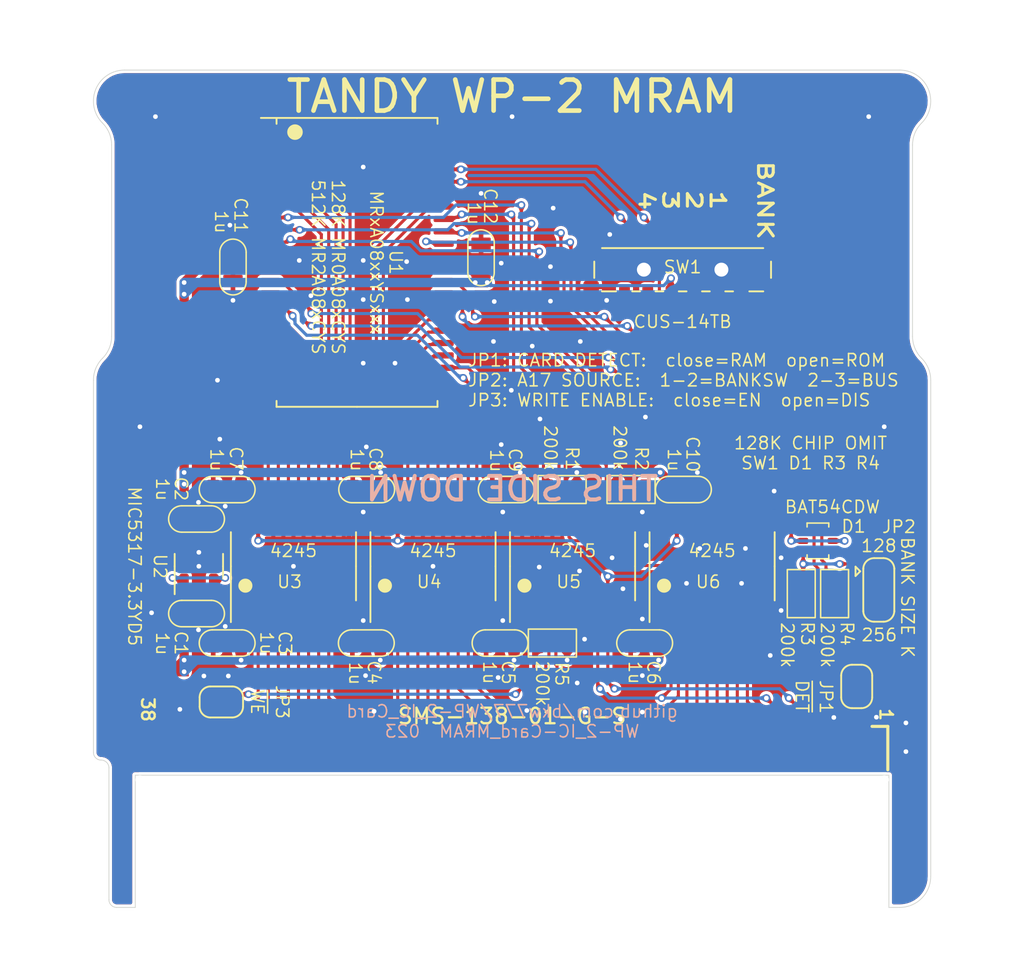
<source format=kicad_pcb>
(kicad_pcb (version 20240108) (generator "pcbnew") (generator_version "8.0")
  (title_block (title "WP-2_IC-Card_MRAM") (date "2025-04-21") (rev "023") (company "Brian K. White - b.kenyon.w@gmail.com") (comment 1 "CC-BY-SA") (comment 2 "github.com/bkw777/WP-2_IC_Card") (comment 3 "PCB THICKNESS 1.2mm"))
  (layers (0 "F.Cu" signal) (31 "B.Cu" signal) (34 "B.Paste" user) (35 "F.Paste" user) (36 "B.SilkS" user "B.Silkscreen") (37 "F.SilkS" user "F.Silkscreen") (38 "B.Mask" user) (39 "F.Mask" user) (44 "Edge.Cuts" user))
  (net 0 "")
  (net 1 "GND")
  (net 2 "/~{CE1}")
  (net 3 "/~{OE}")
  (net 4 "/D0")
  (net 5 "/D1")
  (net 6 "/D2")
  (net 7 "/D3")
  (net 8 "/D4")
  (net 9 "/D5")
  (net 10 "/D6")
  (net 11 "/D7")
  (net 12 "/A16")
  (net 13 "/A15")
  (net 14 "/A14")
  (net 15 "/A13")
  (net 16 "/A12")
  (net 17 "/A11")
  (net 18 "/A10")
  (net 19 "/A9")
  (net 20 "/A8")
  (net 21 "/A7")
  (net 22 "/A6")
  (net 23 "/A5")
  (net 24 "/A4")
  (net 25 "/A3")
  (net 26 "/A2")
  (net 27 "/A1")
  (net 28 "/A0")
  (net 30 "VBUS")
  (net 31 "/3A11")
  (net 35 "/3A9")
  (net 36 "/3A8")
  (net 37 "/3A13")
  (net 38 "/~{3WE}")
  (net 39 "/3A15")
  (net 40 "/3A16")
  (net 41 "/3A14")
  (net 42 "/3A12")
  (net 43 "/3A7")
  (net 44 "/3A6")
  (net 45 "/3A5")
  (net 46 "/3A4")
  (net 47 "/3A3")
  (net 48 "/3A2")
  (net 49 "/3A1")
  (net 50 "/3A0")
  (net 51 "/3D0")
  (net 52 "/3D1")
  (net 53 "/3D2")
  (net 54 "/3D3")
  (net 55 "/3D4")
  (net 56 "/3D5")
  (net 57 "/3D6")
  (net 58 "/3D7")
  (net 59 "/~{3CE1}")
  (net 60 "/3A10")
  (net 62 "/~{3OE}")
  (net 64 "/~{WE}")
  (net 72 "/3A17")
  (net 73 "/3A18")
  (net 77 "VMEM")
  (net 78 "/BANK_2")
  (net 79 "/BANK_4")
  (net 80 "/BANK_3")
  (net 88 "/3A17b")
  (net 89 "/A17")
  (net 90 "/~{DET}")
  (net 91 "/3A17a")
  (net 92 "/RD{slash}~{WR}")
  (footprint "000_LOCAL:C_0805" (layer "F.Cu") (at 135.175 105.195 180)
    (property "Reference" "C5")
    (property "Value" "1u")
  )
  (footprint "000_LOCAL:C_0805" (layer "F.Cu") (at 117.575 95.295 180)
    (property "Reference" "C7")
    (property "Value" "1u")
  )
  (footprint "000_LOCAL:C_0805" (layer "F.Cu") (at 115.6 103.295 180)
    (property "Reference" "C1")
    (property "Value" "1u")
  )
  (footprint "000_LOCAL:C_0805" (layer "F.Cu") (at 115.6 97.195 180)
    (property "Reference" "C2")
    (property "Value" "1u")
  )
  (footprint "000_LOCAL:SolderJumper-2_P1.3mm_Bridged_RoundedPad1.0x1.5mm" (layer "F.Cu") (at 117.200001 108.995)
    (property "Reference" "JP3")
    (property "Value" "~{WE}")
  )
  (footprint "000_LOCAL:R_0805" (layer "F.Cu") (at 156.75 102.0075 90)
    (property "Reference" "R4")
    (property "Value" "200k")
  )
  (footprint "000_LOCAL:TSSOP-24_4.4x7.8mm_P0.65mm" (layer "F.Cu") (at 121.85 100.245 90)
    (property "Reference" "U3")
    (property "Value" "4245")
  )
  (footprint "000_LOCAL:Fiducial_1.5" (layer "F.Cu") (at 110.95 70.245)
    (property "Reference" "REF**" (hide yes))
    (property "Value" "Fiducial_1.5" (hide yes))
  )
  (footprint "000_LOCAL:C_0805" (layer "F.Cu") (at 117.95 80.945 -90)
    (property "Reference" "C11")
    (property "Value" "1u")
  )
  (footprint "000_LOCAL:CUS-14TB pth" (layer "F.Cu") (at 146.95 81.12 180)
    (property "Reference" "SW1")
    (property "Value" "CUS-14TB")
  )
  (footprint "000_LOCAL:TSSOP-24_4.4x7.8mm_P0.65mm" (layer "F.Cu") (at 130.85 100.245 90)
    (property "Reference" "U4")
    (property "Value" "4245")
  )
  (footprint "000_LOCAL:TSSOP-24_4.4x7.8mm_P0.65mm" (layer "F.Cu") (at 148.85 100.245 90)
    (property "Reference" "U6")
    (property "Value" "4245")
  )
  (footprint "000_LOCAL:C_0805" (layer "F.Cu") (at 133.95 80.345 90)
    (property "Reference" "C12")
    (property "Value" "1u")
  )
  (footprint "000_LOCAL:C_0805" (layer "F.Cu") (at 147 95.295)
    (property "Reference" "C10")
    (property "Value" "1u")
  )
  (footprint "000_LOCAL:C_0805" (layer "F.Cu") (at 126.55 105.195 180)
    (property "Reference" "C4")
    (property "Value" "1u")
  )
  (footprint "000_LOCAL:Fiducial_1.5" (layer "F.Cu") (at 160.95 70.245)
    (property "Reference" "REF**" (hide yes))
    (property "Value" "Fiducial_1.5" (hide yes))
  )
  (footprint "000_LOCAL:R_0805" (layer "F.Cu") (at 143.625 95.295)
    (property "Reference" "R2")
    (property "Value" "200k")
  )
  (footprint "000_LOCAL:R_0805" (layer "F.Cu") (at 138.55 105.195)
    (property "Reference" "R5")
    (property "Value" "200k")
  )
  (footprint "000_LOCAL:R_0805" (layer "F.Cu") (at 154.6 102.0075 90)
    (property "Reference" "R3")
    (property "Value" "200k")
  )
  (footprint "000_LOCAL:TSSOP-6-symmetric" (layer "F.Cu") (at 155.675 98.6075)
    (property "Reference" "D1")
    (property "Value" "BAT54CDW")
  )
  (footprint "000_LOCAL:WP-2_IC-Card_Cover_MRAM" (layer "F.Cu") (at 135.95 95.245)
    (property "Reference" "N1" (hide yes))
    (property "Value" "WP-2_IC_Card_Cover_MRAM_512")
  )
  (footprint "000_LOCAL:npth_0.6mm" (layer "F.Cu") (at 111.95 114.02)
    (property "Reference" "REF**" (hide yes))
    (property "Value" "npth_0.6mm" (hide yes))
  )
  (footprint "000_LOCAL:SolderJumper-3_P1.3mm_Bridged12_RoundedPad1.0x1.5mm" (layer "F.Cu") (at 159.6 101.77 -90)
    (property "Reference" "JP2")
    (property "Value" "BANK SIZE K")
  )
  (footprint "000_LOCAL:C_0805" (layer "F.Cu") (at 135.575 95.295 180)
    (property "Reference" "C9")
    (property "Value" "1u")
  )
  (footprint "000_LOCAL:Fiducial_1.5" (layer "F.Cu") (at 160.95 107.245)
    (property "Reference" "REF**" (hide yes))
    (property "Value" "Fiducial_1.5" (hide yes))
  )
  (footprint "000_LOCAL:C_0805" (layer "F.Cu") (at 117.575 105.195 180)
    (property "Reference" "C3")
    (property "Value" "1u")
  )
  (footprint "000_LOCAL:TSSOP-24_4.4x7.8mm_P0.65mm" (layer "F.Cu") (at 139.85 100.245 90)
    (property "Reference" "U5")
    (property "Value" "4245")
  )
  (footprint "000_LOCAL:SolderJumper-2_P1.3mm_Bridged_RoundedPad1.0x1.5mm" (layer "F.Cu") (at 158.175 107.995001 90)
    (property "Reference" "JP1")
    (property "Value" "~{DET}")
  )
  (footprint "000_LOCAL:npth_0.6mm" (layer "F.Cu") (at 159.95 114.02)
    (property "Reference" "REF**" (hide yes))
    (property "Value" "npth_0.6mm" (hide yes))
  )
  (footprint "000_LOCAL:TSOP-II-44_10.16x18.41mm_P0.8mm" (layer "F.Cu") (at 125.95 80.645)
    (property "Reference" "U1")
    (property "Value" "MRxA08xxYSxxx")
  )
  (footprint "000_LOCAL:TSOT-23-5" (layer "F.Cu") (at 115.75 100.245 90)
    (property "Reference" "U2")
    (property "Value" "MIC5317-3.3YD5")
  )
  (footprint "000_LOCAL:C_0805" (layer "F.Cu") (at 126.575 95.295 180)
    (property "Reference" "C8")
    (property "Value" "1u")
  )
  (footprint "000_LOCAL:C_0805" (layer "F.Cu") (at 144.5 105.195 180)
    (property "Reference" "C6")
    (property "Value" "1u")
  )
  (footprint "000_LOCAL:R_0805" (layer "F.Cu") (at 139.175 95.295)
    (property "Reference" "R1")
    (property "Value" "200k")
  )
  (footprint "000_LOCAL:SMS-138-01-x-x_pcb_edge" (layer "F.Cu") (at 135.95 113.72 -90)
    (property "Reference" "J1" (hide yes))
    (property "Value" "SMS-138-01-G-S")
  )
  (gr_poly (pts (xy 158.175 109.3166) (xy 158.425 109.0666) (xy 157.925 109.0666)) (stroke (width 0.2)) (fill solid) (layer "F.Cu") (net 90))
  (gr_poly (pts (xy 114.8 106.295) (xy 114.8 107.045) (xy 114.05 107.045)) (stroke (width 0.6)) (fill solid) (layer "F.Cu") (net 30))
  (gr_poly (pts (xy 116.55 109.82) (xy 116.8 109.57) (xy 116.3 109.57)) (stroke (width 0.2)) (fill solid) (layer "F.Cu") (net 92))
  (gr_poly (pts (xy 118.196447 108.495) (xy 118.196447 108.848553) (xy 118.55 108.495)) (stroke (width 0.2)) (fill solid) (layer "F.Cu") (net 64))
  (gr_poly (pts (xy 158.675 101.77) (xy 158.925 102.02) (xy 158.925 101.52)) (stroke (width 0.2)) (fill solid) (layer "F.Cu") (net 72))
  (gr_poly (pts (xy 158.953553 100.095) (xy 158.6 100.095) (xy 158.953553 100.448553)) (stroke (width 0.2)) (fill solid) (layer "F.Cu") (net 88))
  (gr_poly (pts (xy 158.775 103.07) (xy 159.025 103.32) (xy 159.025 102.82)) (stroke (width 0.2)) (fill solid) (layer "F.Cu") (net 91))
  (gr_poly (pts (xy 114.8 82.695) (xy 114.8 81.945) (xy 115.55 81.945)) (stroke (width 0.6)) (fill solid) (layer "B.Cu") (net 77))
  (gr_poly (pts (xy 114.8 107.045) (xy 114.8 106.295) (xy 115.55 106.295)) (stroke (width 0.6)) (fill solid) (layer "B.Cu") (net 30))
  (gr_poly (pts (xy 114.8 94.945) (xy 114.8 94.195) (xy 115.55 94.195)) (stroke (width 0.6)) (fill solid) (layer "B.Cu") (net 77))
  (gr_line (start 111.65 113.72) (end 160.25 113.72) (stroke (width 0.05)) (layer "Edge.Cuts"))
  (gr_arc (start 110.121574 85.416571) (mid 109.969333 86.181938) (end 109.535788 86.830786) (stroke (width 0.05)) (layer "Edge.Cuts"))
  (gr_line (start 108.95 112.245) (end 108.95 88.245) (stroke (width 0.05)) (layer "Edge.Cuts"))
  (gr_arc (start 161.778428 73.073429) (mid 161.930661 72.308057) (end 162.364214 71.659214) (stroke (width 0.05)) (layer "Edge.Cuts"))
  (gr_arc (start 110.45 122.245) (mid 110.096447 122.098553) (end 109.95 121.745) (stroke (width 0.05)) (layer "Edge.Cuts"))
  (gr_arc (start 162.95 120.245) (mid 162.364214 121.659214) (end 160.95 122.245) (stroke (width 0.05)) (layer "Edge.Cuts"))
  (gr_line (start 111.65 113.72) (end 111.65 122.245) (stroke (width 0.05)) (layer "Edge.Cuts"))
  (gr_arc (start 160.95 68.245) (mid 162.797759 69.479633) (end 162.364214 71.659214) (stroke (width 0.05)) (layer "Edge.Cuts"))
  (gr_arc (start 109.45 112.745) (mid 109.803553 112.891447) (end 109.95 113.245) (stroke (width 0.05)) (layer "Edge.Cuts"))
  (gr_line (start 162.95 88.245) (end 162.95 120.245) (stroke (width 0.05)) (layer "Edge.Cuts"))
  (gr_arc (start 109.535786 71.659214) (mid 109.969332 72.308061) (end 110.121572 73.073429) (stroke (width 0.05)) (layer "Edge.Cuts"))
  (gr_arc (start 109.535786 71.659214) (mid 109.10224 69.479633) (end 110.95 68.245) (stroke (width 0.05)) (layer "Edge.Cuts"))
  (gr_arc (start 162.364214 86.830786) (mid 161.930671 86.181939) (end 161.778428 85.416571) (stroke (width 0.05)) (layer "Edge.Cuts"))
  (gr_arc (start 108.95 88.245) (mid 109.102241 87.479632) (end 109.535788 86.830786) (stroke (width 0.05)) (layer "Edge.Cuts"))
  (gr_line (start 110.95 68.245) (end 160.95 68.245) (stroke (width 0.05)) (layer "Edge.Cuts"))
  (gr_arc (start 162.364214 86.830786) (mid 162.79776 87.479633) (end 162.950002 88.245) (stroke (width 0.05)) (layer "Edge.Cuts"))
  (gr_line (start 160.25 113.72) (end 160.25 122.245) (stroke (width 0.05)) (layer "Edge.Cuts"))
  (gr_line (start 110.121572 73.073429) (end 110.121572 85.416571) (stroke (width 0.05)) (layer "Edge.Cuts"))
  (gr_line (start 111.65 122.245) (end 110.45 122.245) (stroke (width 0.05)) (layer "Edge.Cuts"))
  (gr_line (start 109.95 113.245) (end 109.95 121.745) (stroke (width 0.05)) (layer "Edge.Cuts"))
  (gr_line (start 160.25 122.245) (end 160.95 122.245) (stroke (width 0.05)) (layer "Edge.Cuts"))
  (gr_line (start 161.778428 73.073429) (end 161.778428 85.416571) (stroke (width 0.05)) (layer "Edge.Cuts"))
  (gr_arc (start 109.45 112.745) (mid 109.096447 112.598553) (end 108.95 112.245) (stroke (width 0.05)) (layer "Edge.Cuts"))
  (gr_text "THIS SIDE DOWN" (at 135.95 95.245 0) (layer "B.SilkS") (effects (font (size 1.524 1.524) (thickness 0.254)) (justify mirror)))
  (gr_text "${COMMENT2}\n${TITLE}  ${REVISION}" (at 135.95 110.245 0) (layer "B.SilkS") (effects (font (size 0.8 0.8) (thickness 0.1)) (justify mirror)))
  (gr_text "1" (at 160.075 110.295 -90) (layer "F.SilkS") (effects (font (size 0.8128 0.8128) (thickness 0.1524)) (justify right)))
  (gr_text "38" (at 112.455 110.358 -90) (layer "F.SilkS") (effects (font (size 0.8128 0.8128) (thickness 0.1524)) (justify right)))
  (gr_text "TANDY WP-2 MRAM" (at 135.95 69.945 0) (layer "F.SilkS") (effects (font (size 2 2) (thickness 0.3))))
  (gr_text "128K CHIP OMIT\nSW1 D1 R3 R4" (at 155.2 92.945 0) (layer "F.SilkS") (effects (font (size 0.8 0.8) (thickness 0.1))))
  (gr_text "BANK\n\n1\n2\n3\n4" (at 148.45 76.645 270) (layer "F.SilkS") (effects (font (size 0.95 1.3) (thickness 0.2))))
  (gr_text "128K MR0A08xCYS\n512K MR2A08xCYS" (at 125.2 75.245 -90) (layer "F.SilkS") (effects (font (size 0.8 0.8) (thickness 0.1)) (justify left top)))
  (gr_text "JP1: CARD DETECT:  close=RAM  open=ROM\nJP2: A17 SOURCE:  1-2=BANKSW  2-3=BUS\nJP3: WRITE ENABLE:  close=EN  open=DIS" (at 133.05 88.245 0) (layer "F.SilkS") (effects (font (size 0.8 0.8) (thickness 0.1)) (justify left)))
  (gr_text "256" (at 158.425 105.145 0) (layer "F.SilkS") (effects (font (size 0.8 0.8) (thickness 0.1)) (justify left bottom)))
  (gr_text "128" (at 158.4 99.395 0) (layer "F.SilkS") (effects (font (size 0.8 0.8) (thickness 0.1)) (justify left bottom)))
  (segment (start 159.445 112.196) (end 159.445 109.977) (width 0.762) (layer "F.Cu") (net 1))
  (segment (start 161.35 112.196) (end 159.445 112.196) (width 0.762) (layer "F.Cu") (net 1))
  (segment (start 147.9 94.195) (end 147.9 95.295) (width 0.6) (layer "F.Cu") (net 1))
  (segment (start 142.935 112.196) (end 142.935 110.104) (width 0.762) (layer "F.Cu") (net 1))
  (via (at 114.525 109.47) (size 0.5) (drill 0.3) (layers "F.Cu" "B.Cu") (net 1))
  (via (at 140.15 107.77) (size 0.5) (drill 0.3) (layers "F.Cu" "B.Cu") (net 1))
  (via (at 147.2 101.345) (size 0.5) (drill 0.3) (layers "F.Cu" "B.Cu") (net 1))
  (via (at 126.5 107.295) (size 0.5) (drill 0.3) (layers "F.Cu" "B.Cu") (net 1))
  (via (at 115.725 104.345) (size 0.5) (drill 0.3) (layers "F.Cu" "B.Cu") (net 1))
  (via (at 135.95 71.245) (size 0.5) (drill 0.3) (layers "F.Cu" "B.Cu") (net 1))
  (via (at 135.25 92.395) (size 0.5) (drill 0.3) (layers "F.Cu" "B.Cu") (net 1))
  (via (at 112.7 103.245) (size 0.5) (drill 0.3) (layers "F.Cu" "B.Cu") (net 1))
  (via (at 144.35 109.645) (size 0.5) (drill 0.3) (layers "F.Cu" "B.Cu") (net 1))
  (via (at 144.35 107.295) (size 0.5) (drill 0.3) (layers "F.Cu" "B.Cu") (net 1))
  (via (at 148.05 99.095) (size 0.5) (drill 0.3) (layers "F.Cu" "B.Cu") (net 1))
  (via (at 134.75 85.745) (size 0.5) (drill 0.3) (layers "F.Cu" "B.Cu") (net 1))
  (via (at 127.05 109.595) (size 0.5) (drill 0.3) (layers "F.Cu" "B.Cu") (net 1))
  (via (at 137.75 90.745) (size 0.5) (drill 0.3) (layers "F.Cu" "B.Cu") (net 1))
  (via (at 117.45 96.37) (size 0.5) (drill 0.3) (layers "F.Cu" "B.Cu") (net 1))
  (via (at 153.3 103.095) (size 0.5) (drill 0.3) (layers "F.Cu" "B.Cu") (net 1))
  (via (at 156.7 109.995) (size 0.5) (drill 0.3) (layers "F.Cu" "B.Cu") (net 1))
  (via (at 117.75 78.245) (size 0.5) (drill 0.3) (layers "F.Cu" "B.Cu") (net 1))
  (via (at 140.35 85.745) (size 0.5) (drill 0.3) (layers "F.Cu" "B.Cu") (net 1))
  (via (at 152.85 95.395) (size 0.5) (drill 0.3) (layers "F.Cu" "B.Cu") (net 1))
  (via (at 111.95 91.245) (size 0.5) (drill 0.3) (layers "F.Cu" "B.Cu") (net 1))
  (via (at 135.25 80.695) (size 0.5) (drill 0.3) (layers "F.Cu" "B.Cu") (net 1))
  (via (at 142.4 99.695) (size 0.5) (drill 0.3) (layers "F.Cu" "B.Cu") (net 1))
  (via (at 161.35 110.345) (size 0.5) (drill 0.3) (layers "F.Cu" "B.Cu") (net 1))
  (via (at 129.2 83.045) (size 0.5) (drill 0.3) (layers "F.Cu" "B.Cu") (net 1))
  (via (at 130.85 100.245) (size 0.5) (drill 0.3) (layers "F.Cu" "B.Cu") (net 1))
  (via (at 142.935 110.104) (size 0.5) (drill 0.3) (layers "F.Cu" "B.Cu") (net 1))
  (via (at 138.425 80.92) (size 0.5) (drill 0.3) (layers "F.Cu" "B.Cu") (net 1))
  (via (at 135.35 103.745) (size 0.5) (drill 0.3) (layers "F.Cu" "B.Cu") (net 1))
  (via (at 142.25 78.845) (size 0.5) (drill 0.3) (layers "F.Cu" "B.Cu") (net 1))
  (via (at 135.05 107.42) (size 0.5) (drill 0.3) (layers "F.Cu" "B.Cu") (net 1))
  (via (at 142.95 92.295) (size 0.5) (drill 0.3) (layers "F.Cu" "B.Cu") (net 1))
  (via (at 144.6 98.895) (size 0.5) (drill 0.3) (layers "F.Cu" "B.Cu") (net 1))
  (via (at 150.75 101.345) (size 0.5) (drill 0.3) (layers "F.Cu" "B.Cu") (net 1))
  (via (at 126.35 103.745) (size 0.5) (drill 0.3) (layers "F.Cu" "B.Cu") (net 1))
  (via (at 140.625 104.945) (size 0.5) (drill 0.3) (layers "F.Cu" "B.Cu") (net 1))
  (via (at 115.75 99.345) (size 0.5) (drill 0.3) (layers "F.Cu" "B.Cu") (net 1))
  (via (at 117.65 107.32) (size 0.5) (drill 0.3) (layers "F.Cu" "B.Cu") (net 1))
  (via (at 136.9 109.545) (size 0.5) (drill 0.3) (layers "F.Cu" "B.Cu") (net 1))
  (via (at 126.35 96.745) (size 0.5) (drill 0.3) (layers "F.Cu" "B.Cu") (net 1))
  (via (at 153.3 99.695) (size 0.5) (drill 0.3) (layers "F.Cu" "B.Cu") (net 1))
  (via (at 115.75 100.245) (size 0.5) (drill 0.3) (layers "F.Cu" "B.Cu") (net 1))
  (via (at 147.9 94.195) (size 0.5) (drill 0.3) (layers "F.Cu" "B.Cu") (net 1))
  (via (at 116.075 107.32) (size 0.5) (drill 0.3) (layers "F.Cu" "B.Cu") (net 1))
  (via (at 117.95 83.095) (size 0.5) (drill 0.3) (layers "F.Cu" "B.Cu") (net 1))
  (via (at 129.15 80.595) (size 0.5) (drill 0.3) (layers "F.Cu" "B.Cu") (net 1))
  (via (at 143.1 101.695) (size 0.5) (drill 0.3) (layers "F.Cu" "B.Cu") (net 1))
  (via (at 126.55 92.545) (size 0.5) (drill 0.3) (layers "F.Cu" "B.Cu") (net 1))
  (via (at 135.35 96.745) (size 0.5) (drill 0.3) (layers "F.Cu" "B.Cu") (net 1))
  (via (at 116.95 88.245) (size 0.5) (drill 0.3) (layers "F.Cu" "B.Cu") (net 1))
  (via (at 140.65 109.645) (size 0.5) (drill 0.3) (layers "F.Cu" "B.Cu") (net 1))
  (via (at 117.1 92.045) (size 0.5) (drill 0.3) (layers "F.Cu" "B.Cu") (net 1))
  (via (at 159.95 91.245) (size 0.5) (drill 0.3) (layers "F.Cu" "B.Cu") (net 1))
  (via (at 138.6 77.145) (size 0.5) (drill 0.3) (layers "F.Cu" "B.Cu") (net 1))
  (via (at 126.35 74.495) (size 0.5) (drill 0.3) (layers "F.Cu" "B.Cu") (net 1))
  (via (at 144.35 103.645) (size 0.5) (drill 0.3) (layers "F.Cu" "B.Cu") (net 1))
  (via (at 122.975 82.795) (size 0.5) (drill 0.3) (layers "F.Cu" "B.Cu") (net 1))
  (via (at 152.6 105.995) (size 0.5) (drill 0.3) (layers "F.Cu" "B.Cu") (net 1))
  (via (at 112.95 71.245) (size 0.5) (drill 0.3) (layers "F.Cu" "B.Cu") (net 1))
  (via (at 128.4 87.145) (size 0.5) (drill 0.3) (layers "F.Cu" "B.Cu") (net 1))
  (via (at 126.35 80.52) (size 0.5) (drill 0.3) (layers "F.Cu" "B.Cu") (net 1))
  (via (at 137.25 86.045) (size 0.5) (drill 0.3) (layers "F.Cu" "B.Cu") (net 1))
  (via (at 138.425 83.145) (size 0.5) (drill 0.3) (layers "F.Cu" "B.Cu") (net 1))
  (via (at 159.445 109.977) (size 0.5) (drill 0.3) (layers "F.Cu" "B.Cu") (net 1))
  (via (at 142.05 83.095) (size 0.5) (drill 0.3) (layers "F.Cu" "B.Cu") (net 1))
  (via (at 151 99.095) (size 0.5) (drill 0.3) (layers "F.Cu" "B.Cu") (net 1))
  (via (at 115.725 96.12) (size 0.5) (drill 0.3) (layers "F.Cu" "B.Cu") (net 1))
  (via (at 134.8 83.17) (size 0.5) (drill 0.3) (layers "F.Cu" "B.Cu") (net 1))
  (via (at 140.3 100.545) (size 0.5) (drill 0.3) (layers "F.Cu" "B.Cu") (net 1))
  (via (at 135.9 88.895) (size 0.5) (drill 0.3) (layers "F.Cu" "B.Cu") (net 1))
  (via (at 121.85 100.245) (size 0.5) (drill 0.3) (layers "F.Cu" "B.Cu") (net 1))
  (via (at 158.95 71.245) (size 0.5) (drill 0.3) (layers "F.Cu" "B.Cu") (net 1))
  (via (at 126.35 87.145) (size 0.5) (drill 0.3) (layers "F.Cu" "B.Cu") (net 1))
  (via (at 144.55 90.62) (size 0.5) (drill 0.3) (layers "F.Cu" "B.Cu") (net 1))
  (via (at 137.7 100.295) (size 0.5) (drill 0.3) (layers "F.Cu" "B.Cu") (net 1))
  (via (at 161.35 112.196) (size 0.5) (drill 0.3) (layers "F.Cu" "B.Cu") (net 1))
  (via (at 122.225 80.52) (size 0.5) (drill 0.3) (layers "F.Cu" "B.Cu") (net 1))
  (via (at 117.45 104.12) (size 0.5) (drill 0.3) (layers "F.Cu" "B.Cu") (net 1))
  (via (at 144.35 96.745) (size 0.5) (drill 0.3) (layers "F.Cu" "B.Cu") (net 1))
  (via (at 133.95 76.195) (size 0.5) (drill 0.3) (layers "F.Cu" "B.Cu") (net 1))
  (via (at 126.35 83.045) (size 0.5) (drill 0.3) (layers "F.Cu" "B.Cu") (net 1))
  (segment (start 142.125 107.72) (end 142.125 103.1075) (width 0.2) (layer "F.Cu") (net 2))
  (segment (start 155.35 110.295) (end 155.35 111.911) (width 0.2) (layer "F.Cu") (net 2))
  (segment (start 146.575 98.595) (end 146.575 97.3825) (width 0.2) (layer "F.Cu") (net 2))
  (segment (start 155.35 111.911) (end 155.635 112.196) (width 0.2) (layer "F.Cu") (net 2))
  (segment (start 142.55 108.145) (end 142.125 107.72) (width 0.2) (layer "F.Cu") (net 2))
  (segment (start 119.575 97.3825) (end 119.575 98.595) (width 0.2) (layer "F.Cu") (net 2))
  (segment (start 142.125 100.895) (end 142.125 103.1075) (width 0.2) (layer "F.Cu") (net 2))
  (segment (start 153.8 108.745) (end 155.35 110.295) (width 0.2) (layer "F.Cu") (net 2))
  (segment (start 128.575 98.595) (end 128.575 97.3825) (width 0.2) (layer "F.Cu") (net 2))
  (via (at 142.125 100.895) (size 0.5) (drill 0.3) (layers "F.Cu" "B.Cu") (net 2))
  (via (at 146.575 98.595) (size 0.5) (drill 0.3) (layers "F.Cu" "B.Cu") (net 2))
  (via (at 128.575 98.595) (size 0.5) (drill 0.3) (layers "F.Cu" "B.Cu") (net 2))
  (via (at 142.55 108.145) (size 0.5) (drill 0.3) (layers "F.Cu" "B.Cu") (net 2))
  (via (at 119.575 98.595) (size 0.5) (drill 0.3) (layers "F.Cu" "B.Cu") (net 2))
  (via (at 153.8 108.745) (size 0.5) (drill 0.3) (layers "F.Cu" "B.Cu") (net 2))
  (segment (start 119.575 98.595) (end 128.575 98.595) (width 0.2) (layer "B.Cu") (net 2))
  (segment (start 142.125 100.895) (end 139.825 98.595) (width 0.2) (layer "B.Cu") (net 2))
  (segment (start 153.2 108.145) (end 142.55 108.145) (width 0.2) (layer "B.Cu") (net 2))
  (segment (start 139.825 98.595) (end 128.575 98.595) (width 0.2) (layer "B.Cu") (net 2))
  (segment (start 153.8 108.745) (end 153.2 108.145) (width 0.2) (layer "B.Cu") (net 2))
  (segment (start 144.275 100.895) (end 146.575 98.595) (width 0.2) (layer "B.Cu") (net 2))
  (segment (start 142.125 100.895) (end 144.275 100.895) (width 0.2) (layer "B.Cu") (net 2))
  (segment (start 145.6 108.745) (end 146.2 108.145) (width 0.2) (layer "F.Cu") (net 3))
  (segment (start 141.475 107.995) (end 141.475 103.1075) (width 0.2) (layer "F.Cu") (net 3))
  (segment (start 152.35 108.745) (end 154.1 110.495) (width 0.2) (layer "F.Cu") (net 3))
  (segment (start 141.625 108.145) (end 141.475 107.995) (width 0.2) (layer "F.Cu") (net 3))
  (segment (start 146.025 104.116875) (end 146.025 103.2075) (width 0.2) (layer "F.Cu") (net 3))
  (segment (start 146.025 103.2075) (end 145.925 103.1075) (width 0.2) (layer "F.Cu") (net 3))
  (segment (start 154.1 110.495) (end 154.1 111.931) (width 0.2) (layer "F.Cu") (net 3))
  (segment (start 154.1 111.931) (end 154.365 112.196) (width 0.2) (layer "F.Cu") (net 3))
  (segment (start 146.2 108.145) (end 146.2 104.291875) (width 0.2) (layer "F.Cu") (net 3))
  (segment (start 146.2 104.291875) (end 146.025 104.116875) (width 0.2) (layer "F.Cu") (net 3))
  (via (at 145.6 108.745) (size 0.5) (drill 0.3) (layers "F.Cu" "B.Cu") (net 3))
  (via (at 141.625 108.145) (size 0.5) (drill 0.3) (layers "F.Cu" "B.Cu") (net 3))
  (via (at 152.35 108.745) (size 0.5) (drill 0.3) (layers "F.Cu" "B.Cu") (net 3))
  (segment (start 141.625 108.145) (end 142.225 108.745) (width 0.2) (layer "B.Cu") (net 3))
  (segment (start 142.225 108.745) (end 152.35 108.745) (width 0.2) (layer "B.Cu") (net 3))
  (segment (start 151.125 108.97) (end 152.85 110.695) (width 0.2) (layer "F.Cu") (net 4))
  (segment (start 152.85 110.695) (end 152.85 111.951) (width 0.2) (layer "F.Cu") (net 4))
  (segment (start 152.85 111.951) (end 153.095 112.196) (width 0.2) (layer "F.Cu") (net 4))
  (segment (start 151.125 103.1075) (end 151.125 108.97) (width 0.2) (layer "F.Cu") (net 4))
  (segment (start 150.475 109.62) (end 150.475 103.1075) (width 0.2) (layer "F.Cu") (net 5))
  (segment (start 151.55 110.695) (end 150.475 109.62) (width 0.2) (layer "F.Cu") (net 5))
  (segment (start 151.825 112.196) (end 151.55 111.921) (width 0.2) (layer "F.Cu") (net 5))
  (segment (start 151.55 111.921) (end 151.55 110.695) (width 0.2) (layer "F.Cu") (net 5))
  (segment (start 150.3 111.941) (end 150.555 112.196) (width 0.2) (layer "F.Cu") (net 6))
  (segment (start 149.825 103.1075) (end 149.825 110.27) (width 0.2) (layer "F.Cu") (net 6))
  (segment (start 150.3 110.745) (end 150.3 111.941) (width 0.2) (layer "F.Cu") (net 6))
  (segment (start 149.825 110.27) (end 150.3 110.745) (width 0.2) (layer "F.Cu") (net 6))
  (segment (start 149.175 112.086) (end 149.285 112.196) (width 0.2) (layer "F.Cu") (net 7))
  (segment (start 149.175 103.1075) (end 149.175 112.086) (width 0.2) (layer "F.Cu") (net 7))
  (segment (start 148.3 110.52) (end 148.3 111.911) (width 0.2) (layer "F.Cu") (net 8))
  (segment (start 148.525 103.1075) (end 148.525 110.295) (width 0.2) (layer "F.Cu") (net 8))
  (segment (start 148.525 110.295) (end 148.3 110.52) (width 0.2) (layer "F.Cu") (net 8))
  (segment (start 148.3 111.911) (end 148.015 112.196) (width 0.2) (layer "F.Cu") (net 8))
  (segment (start 147 110.745) (end 147 111.941) (width 0.2) (layer "F.Cu") (net 9))
  (segment (start 147 111.941) (end 146.745 112.196) (width 0.2) (layer "F.Cu") (net 9))
  (segment (start 147.875 109.87) (end 147 110.745) (width 0.2) (layer "F.Cu") (net 9))
  (segment (start 147.875 103.1075) (end 147.875 109.87) (width 0.2) (layer "F.Cu") (net 9))
  (segment (start 147.225 103.1075) (end 147.225 109.27) (width 0.2) (layer "F.Cu") (net 10))
  (segment (start 145.75 111.921) (end 145.475 112.196) (width 0.2) (layer "F.Cu") (net 10))
  (segment (start 147.225 109.27) (end 145.75 110.745) (width 0.2) (layer "F.Cu") (net 10))
  (segment (start 145.75 110.745) (end 145.75 111.921) (width 0.2) (layer "F.Cu") (net 10))
  (segment (start 146.675 108.62) (end 144.45 110.845) (width 0.2) (layer "F.Cu") (net 11))
  (segment (start 146.575 103.1075) (end 146.675 103.2075) (width 0.2) (layer "F.Cu") (net 11))
  (segment (start 146.675 103.2075) (end 146.675 108.62) (width 0.2) (layer "F.Cu") (net 11))
  (segment (start 144.45 110.845) (end 144.45 111.951) (width 0.2) (layer "F.Cu") (net 11))
  (segment (start 144.45 111.951) (end 144.205 112.196) (width 0.2) (layer "F.Cu") (net 11))
  (segment (start 138.225 103.1075) (end 138.325 103.2075) (width 0.2) (layer "F.Cu") (net 12))
  (segment (start 138.125 111.926) (end 137.855 112.196) (width 0.2) (layer "F.Cu") (net 12))
  (segment (start 138.325 103.2075) (end 138.325 106.17) (width 0.2) (layer "F.Cu") (net 12))
  (segment (start 138.325 106.17) (end 138.125 106.37) (width 0.2) (layer "F.Cu") (net 12))
  (segment (start 138.125 106.37) (end 138.125 111.926) (width 0.2) (layer "F.Cu") (net 12))
  (segment (start 133.125 103.1075) (end 133.125 107.47) (width 0.2) (layer "F.Cu") (net 13))
  (segment (start 133.125 107.47) (end 136.35 110.695) (width 0.2) (layer "F.Cu") (net 13))
  (segment (start 136.35 110.695) (end 136.35 111.961) (width 0.2) (layer "F.Cu") (net 13))
  (segment (start 136.35 111.961) (end 136.585 112.196) (width 0.2) (layer "F.Cu") (net 13))
  (segment (start 132.475 103.1075) (end 132.475 108.12) (width 0.2) (layer "F.Cu") (net 14))
  (segment (start 135.05 110.695) (end 135.05 111.931) (width 0.2) (layer "F.Cu") (net 14))
  (segment (start 135.05 111.931) (end 135.315 112.196) (width 0.2) (layer "F.Cu") (net 14))
  (segment (start 132.475 108.12) (end 135.05 110.695) (width 0.2) (layer "F.Cu") (net 14))
  (segment (start 134.045 112.196) (end 133.8 111.951) (width 0.2) (layer "F.Cu") (net 15))
  (segment (start 131.825 108.77) (end 131.825 103.1075) (width 0.2) (layer "F.Cu") (net 15))
  (segment (start 133.8 110.745) (end 131.825 108.77) (width 0.2) (layer "F.Cu") (net 15))
  (segment (start 133.8 111.951) (end 133.8 110.745) (width 0.2) (layer "F.Cu") (net 15))
  (segment (start 132.5 111.921) (end 132.5 110.745) (width 0.2) (layer "F.Cu") (net 16))
  (segment (start 131.175 109.42) (end 131.175 103.1075) (width 0.2) (layer "F.Cu") (net 16))
  (segment (start 132.775 112.196) (end 132.5 111.921) (width 0.2) (layer "F.Cu") (net 16))
  (segment (start 132.5 110.745) (end 131.175 109.42) (width 0.2) (layer "F.Cu") (net 16))
  (segment (start 131.25 111.941) (end 131.25 110.795) (width 0.2) (layer "F.Cu") (net 17))
  (segment (start 131.25 110.795) (end 130.525 110.07) (width 0.2) (layer "F.Cu") (net 17))
  (segment (start 131.505 112.196) (end 131.25 111.941) (width 0.2) (layer "F.Cu") (net 17))
  (segment (start 130.525 110.07) (end 130.525 103.1075) (width 0.2) (layer "F.Cu") (net 17))
  (segment (start 129.875 110.345) (end 129.975 110.445) (width 0.2) (layer "F.Cu") (net 18))
  (segment (start 129.975 111.936) (end 130.235 112.196) (width 0.2) (layer "F.Cu") (net 18))
  (segment (start 129.975 110.445) (end 129.975 111.936) (width 0.2) (layer "F.Cu") (net 18))
  (segment (start 129.875 103.1075) (end 129.875 110.345) (width 0.2) (layer "F.Cu") (net 18))
  (segment (start 129.225 111.936) (end 129.225 103.1075) (width 0.2) (layer "F.Cu") (net 19))
  (segment (start 128.965 112.196) (end 129.225 111.936) (width 0.2) (layer "F.Cu") (net 19))
  (segment (start 128.575 103.1075) (end 128.575 110.12) (width 0.2) (layer "F.Cu") (net 20))
  (segment (start 128.575 110.12) (end 127.95 110.745) (width 0.2) (layer "F.Cu") (net 20))
  (segment (start 127.95 111.941) (end 127.695 112.196) (width 0.2) (layer "F.Cu") (net 20))
  (segment (start 127.95 110.745) (end 127.95 111.941) (width 0.2) (layer "F.Cu") (net 20))
  (segment (start 124.125 108.72) (end 126.15 110.745) (width 0.2) (layer "F.Cu") (net 21))
  (segment (start 124.125 103.1075) (end 124.125 108.72) (width 0.2) (layer "F.Cu") (net 21))
  (segment (start 126.15 111.921) (end 126.425 112.196) (width 0.2) (layer "F.Cu") (net 21))
  (segment (start 126.15 110.745) (end 126.15 111.921) (width 0.2) (layer "F.Cu") (net 21))
  (segment (start 124.9 111.941) (end 125.155 112.196) (width 0.2) (layer "F.Cu") (net 22))
  (segment (start 123.475 103.1075) (end 123.475 109.32) (width 0.2) (layer "F.Cu") (net 22))
  (segment (start 123.475 109.32) (end 124.9 110.745) (width 0.2) (layer "F.Cu") (net 22))
  (segment (start 124.9 110.745) (end 124.9 111.941) (width 0.2) (layer "F.Cu") (net 22))
  (segment (start 123.65 110.745) (end 122.825 109.92) (width 0.2) (layer "F.Cu") (net 23))
  (segment (start 122.825 109.92) (end 122.825 103.1075) (width 0.2) (layer "F.Cu") (net 23))
  (segment (start 123.885 112.196) (end 123.65 111.961) (width 0.2) (layer "F.Cu") (net 23))
  (segment (start 123.65 111.961) (end 123.65 110.745) (width 0.2) (layer "F.Cu") (net 23))
  (segment (start 122.175 103.1075) (end 122.175 110.37) (width 0.2) (layer "F.Cu") (net 24))
  (segment (start 122.35 111.931) (end 122.615 112.196) (width 0.2) (layer "F.Cu") (net 24))
  (segment (start 122.175 110.37) (end 122.35 110.545) (width 0.2) (layer "F.Cu") (net 24))
  (segment (start 122.35 110.545) (end 122.35 111.931) (width 0.2) (layer "F.Cu") (net 24))
  (segment (start 121.525 112.016) (end 121.345 112.196) (width 0.2) (layer "F.Cu") (net 25))
  (segment (start 121.525 103.1075) (end 121.525 112.016) (width 0.2) (layer "F.Cu") (net 25))
  (segment (start 120.35 110.745) (end 120.35 111.921) (width 0.2) (layer "F.Cu") (net 26))
  (segment (start 120.875 103.1075) (end 120.875 110.22) (width 0.2) (layer "F.Cu") (net 26))
  (segment (start 120.35 111.921) (end 120.075 112.196) (width 0.2) (layer "F.Cu") (net 26))
  (segment (start 120.875 110.22) (end 120.35 110.745) (width 0.2) (layer "F.Cu") (net 26))
  (segment (start 120.225 103.1075) (end 120.225 109.62) (width 0.2) (layer "F.Cu") (net 27))
  (segment (start 120.225 109.62) (end 119.05 110.795) (width 0.2) (layer "F.Cu") (net 27))
  (segment (start 119.05 110.795) (end 119.05 111.951) (width 0.2) (layer "F.Cu") (net 27))
  (segment (start 119.05 111.951) (end 118.805 112.196) (width 0.2) (layer "F.Cu") (net 27))
  (segment (start 119.575 103.1075) (end 119.575 109.02) (width 0.2) (layer "F.Cu") (net 28))
  (segment (start 119.575 109.02) (end 117.8 110.795) (width 0.2) (layer "F.Cu") (net 28))
  (segment (start 117.8 110.795) (end 117.8 111.931) (width 0.2) (layer "F.Cu") (net 28))
  (segment (start 117.8 111.931) (end 117.535 112.196) (width 0.2) (layer "F.Cu") (net 28))
  (segment (start 145.4 105.195) (end 145.275 105.07) (width 0.4) (layer "F.Cu") (net 30))
  (segment (start 114.8 103.195) (end 114.7 103.295) (width 0.6) (layer "F.Cu") (net 30))
  (segment (start 114.05 100.995) (end 114.8 100.995) (width 0.2) (layer "F.Cu") (net 30))
  (segment (start 118.275 104.995) (end 118.275 103.1075) (width 0.4) (layer "F.Cu") (net 30))
  (segment (start 136.075 105.195) (end 136.275 104.995) (width 0.4) (layer "F.Cu") (net 30))
  (segment (start 112.455 108.64) (end 112.455 112.196) (width 0.6) (layer "F.Cu") (net 30))
  (segment (start 118.475 105.195) (end 118.275 104.995) (width 0.4) (layer "F.Cu") (net 30))
  (segment (start 116.7 100.995) (end 116.7 101.3825) (width 0.2) (layer "F.Cu") (net 30))
  (segment (start 127.45 105.195) (end 127.275 105.02) (width 0.4) (layer "F.Cu") (net 30))
  (segment (start 136.925 103.1075) (end 136.275 103.1075) (width 0.2) (layer "F.Cu") (net 30))
  (segment (start 114.7 103.295) (end 114.8 103.395) (width 0.6) (layer "F.Cu") (net 30))
  (segment (start 127.275 105.02) (end 127.275 103.1075) (width 0.4) (layer "F.Cu") (net 30))
  (segment (start 114.8 100.995) (end 114.8 101.3825) (width 0.2) (layer "F.Cu") (net 30))
  (segment (start 127.45 106.295) (end 127.45 105.195) (width 0.6) (layer "F.Cu") (net 30))
  (segment (start 127.925 103.1075) (end 127.275 103.1075) (width 0.2) (layer "F.Cu") (net 30))
  (segment (start 136.275 104.995) (end 136.275 103.1075) (width 0.4) (layer "F.Cu") (net 30))
  (segment (start 145.4 106.295) (end 145.4 105.195) (width 0.6) (layer "F.Cu") (net 30))
  (segment (start 114.8 101.3825) (end 114.8 103.195) (width 0.6) (layer "F.Cu") (net 30))
  (segment (start 145.275 105.07) (end 145.275 103.1075) (width 0.4) (layer "F.Cu") (net 30))
  (segment (start 139.5 105.195) (end 139.5 106.295) (width 0.2) (layer "F.Cu") (net 30))
  (segment (start 114.8 106.295) (end 112.455 108.64) (width 0.6) (layer "F.Cu") (net 30))
  (segment (start 118.925 103.1075) (end 118.275 103.1075) (width 0.2) (layer "F.Cu") (net 30))
  (segment (start 114.8 103.395) (end 114.8 106.295) (width 0.6) (layer "F.Cu") (net 30))
  (segment (start 118.475 106.295) (end 118.475 105.195) (width 0.6) (layer "F.Cu") (net 30))
  (segment (start 117.45 100.995) (end 116.7 100.995) (width 0.2) (layer "F.Cu") (net 30))
  (segment (start 136.075 106.295) (end 136.075 105.195) (width 0.6) (layer "F.Cu") (net 30))
  (via (at 136.075 106.295) (size 0.5) (drill 0.3) (layers "F.Cu" "B.Cu") (net 30))
  (via (at 127.45 106.295) (size 0.5) (drill 0.3) (layers "F.Cu" "B.Cu") (net 30))
  (via (at 117.45 100.995) (size 0.5) (drill 0.3) (layers "F.Cu" "B.Cu") (net 30))
  (via (at 139.5 106.295) (size 0.5) (drill 0.3) (layers "F.Cu" "B.Cu") (net 30))
  (via (at 114.05 100.995) (size 0.5) (drill 0.3) (layers "F.Cu" "B.Cu") (net 30))
  (via (at 114.8 107.045) (size 0.5) (drill 0.3) (layers "F.Cu" "B.Cu") (net 30))
  (via (at 145.4 106.295) (size 0.5) (drill 0.3) (layers "F.Cu" "B.Cu") (net 30))
  (via (at 114.8 106.295) (size 0.5) (drill 0.3) (layers "F.Cu" "B.Cu") (net 30))
  (via (at 118.475 106.295) (size 0.5) (drill 0.3) (layers "F.Cu" "B.Cu") (net 30))
  (segment (start 117.45 100.995) (end 114.05 100.995) (width 0.2) (layer "B.Cu") (net 30))
  (segment (start 145.4 106.295) (end 114.8 106.295) (width 0.6) (layer "B.Cu") (net 30))
  (segment (start 131.175 93.22) (end 127.65 89.695) (width 0.2) (layer "F.Cu") (net 31))
  (segment (start 130.55 77.145) (end 131.4375 77.145) (width 0.2) (layer "F.Cu") (net 31))
  (segment (start 131.175 97.3825) (end 131.175 93.22) (width 0.2) (layer "F.Cu") (net 31))
  (segment (start 127.65 80.045) (end 130.55 77.145) (width 0.2) (layer "F.Cu") (net 31))
  (segment (start 131.4375 77.145) (end 131.5375 77.045) (width 0.2) (layer "F.Cu") (net 31))
  (segment (start 127.65 89.695) (end 127.65 80.045) (width 0.2) (layer "F.Cu") (net 31))
  (segment (start 121.85 73.845) (end 120.3625 73.845) (width 0.2) (layer "F.Cu") (net 35))
  (segment (start 125.5 77.495) (end 121.85 73.845) (width 0.2) (layer "F.Cu") (net 35))
  (segment (start 129.875 97.3825) (end 129.875 93.37) (width 0.2) (layer "F.Cu") (net 35))
  (segment (start 125.5 88.995) (end 125.5 77.495) (width 0.2) (layer "F.Cu") (net 35))
  (segment (start 129.875 93.37) (end 125.5 88.995) (width 0.2) (layer "F.Cu") (net 35))
  (segment (start 129.225 93.47) (end 125.05 89.295) (width 0.2) (layer "F.Cu") (net 36))
  (segment (start 129.225 97.3825) (end 129.225 93.47) (width 0.2) (layer "F.Cu") (net 36))
  (segment (start 121.85 74.645) (end 120.3625 74.645) (width 0.2) (layer "F.Cu") (net 36))
  (segment (start 125.05 89.295) (end 125.05 77.845) (width 0.2) (layer "F.Cu") (net 36))
  (segment (start 125.05 77.845) (end 121.85 74.645) (width 0.2) (layer "F.Cu") (net 36))
  (segment (start 129.6 90.195) (end 129.6 86.095) (width 0.2) (layer "F.Cu") (net 37))
  (segment (start 129.6 86.095) (end 130.55 85.145) (width 0.2) (layer "F.Cu") (net 37))
  (segment (start 132.475 93.07) (end 129.6 90.195) (width 0.2) (layer "F.Cu") (net 37))
  (segment (start 131.4375 85.145) (end 131.5375 85.045) (width 0.2) (layer "F.Cu") (net 37))
  (segment (start 130.55 85.145) (end 131.4375 85.145) (width 0.2) (layer "F.Cu") (net 37))
  (segment (start 132.475 97.3825) (end 132.475 93.07) (width 0.2) (layer "F.Cu") (net 37))
  (segment (start 137.975 95.045) (end 138.225 95.295) (width 0.2) (layer "F.Cu") (net 38))
  (segment (start 121.8 84.095) (end 121.25 83.545) (width 0.2) (layer "F.Cu") (net 38))
  (segment (start 138.225 97.3825) (end 138.225 95.295) (width 0.2) (layer "F.Cu") (net 38))
  (segment (start 132.8 88.095) (end 137.975 93.27) (width 0.2) (layer "F.Cu") (net 38))
  (segment (start 120.4625 83.545) (end 120.3625 83.445) (width 0.2) (layer "F.Cu") (net 38))
  (segment (start 137.975 93.27) (end 137.975 95.045) (width 0.2) (layer "F.Cu") (net 38))
  (segment (start 121.25 83.545) (end 120.4625 83.545) (width 0.2) (layer "F.Cu") (net 38))
  (via (at 121.8 84.095) (size 0.5) (drill 0.3) (layers "F.Cu" "B.Cu") (net 38))
  (via (at 132.8 88.095) (size 0.5) (drill 0.3) (layers "F.Cu" "B.Cu") (net 38))
  (segment (start 121.95 84.595) (end 122.7 85.345) (width 0.2) (layer "B.Cu") (net 38))
  (segment (start 129.85 85.345) (end 132.6 88.095) (width 0.2) (layer "B.Cu") (net 38))
  (segment (start 121.95 84.245) (end 121.95 84.595) (width 0.2) (layer "B.Cu") (net 38))
  (segment (start 122.7 85.345) (end 129.85 85.345) (width 0.2) (layer "B.Cu") (net 38))
  (segment (start 132.6 88.095) (end 132.8 88.095) (width 0.2) (layer "B.Cu") (net 38))
  (segment (start 121.8 84.095) (end 121.95 84.245) (width 0.2) (layer "B.Cu") (net 38))
  (segment (start 130.75 86.745) (end 131.4375 86.745) (width 0.2) (layer "F.Cu") (net 39))
  (segment (start 133.675 92.745) (end 130.5 89.57) (width 0.2) (layer "F.Cu") (net 39))
  (segment (start 133.775 97.3825) (end 133.675 97.2825) (width 0.2) (layer "F.Cu") (net 39))
  (segment (start 130.5 89.57) (end 130.5 86.995) (width 0.2) (layer "F.Cu") (net 39))
  (segment (start 133.675 97.2825) (end 133.675 92.745) (width 0.2) (layer "F.Cu") (net 39))
  (segment (start 130.5 86.995) (end 130.75 86.745) (width 0.2) (layer "F.Cu") (net 39))
  (segment (start 131.4375 86.745) (end 131.5375 86.645) (width 0.2) (layer "F.Cu") (net 39))
  (segment (start 138.975 93.32) (end 133.1 87.445) (width 0.2) (layer "F.Cu") (net 40))
  (segment (start 138.875 97.3825) (end 138.975 97.2825) (width 0.2) (layer "F.Cu") (net 40))
  (segment (start 133.1 87.445) (end 131.5375 87.445) (width 0.2) (layer "F.Cu") (net 40))
  (segment (start 138.975 97.2825) (end 138.975 93.32) (width 0.2) (layer "F.Cu") (net 40))
  (segment (start 133.125 97.3825) (end 133.125 92.97) (width 0.2) (layer "F.Cu") (net 41))
  (segment (start 131.4375 85.945) (end 131.5375 85.845) (width 0.2) (layer "F.Cu") (net 41))
  (segment (start 130.05 89.895) (end 130.05 86.495) (width 0.2) (layer "F.Cu") (net 41))
  (segment (start 130.6 85.945) (end 131.4375 85.945) (width 0.2) (layer "F.Cu") (net 41))
  (segment (start 130.05 86.495) (end 130.6 85.945) (width 0.2) (layer "F.Cu") (net 41))
  (segment (start 133.125 92.97) (end 130.05 89.895) (width 0.2) (layer "F.Cu") (net 41))
  (segment (start 129.15 90.495) (end 129.15 85.745) (width 0.2) (layer "F.Cu") (net 42))
  (segment (start 130.55 84.345) (end 131.4375 84.345) (width 0.2) (layer "F.Cu") (net 42))
  (segment (start 131.825 93.17) (end 129.15 90.495) (width 0.2) (layer "F.Cu") (net 42))
  (segment (start 131.4375 84.345) (end 131.5375 84.245) (width 0.2) (layer "F.Cu") (net 42))
  (segment (start 129.15 85.745) (end 130.55 84.345) (width 0.2) (layer "F.Cu") (net 42))
  (segment (start 131.825 97.3825) (end 131.825 93.17) (width 0.2) (layer "F.Cu") (net 42))
  (segment (start 121.85 75.445) (end 120.3625 75.445) (width 0.2) (layer "F.Cu") (net 43))
  (segment (start 124.675 97.2825) (end 124.675 89.72) (width 0.2) (layer "F.Cu") (net 43))
  (segment (start 124.775 97.3825) (end 124.675 97.2825) (width 0.2) (layer "F.Cu") (net 43))
  (segment (start 124.675 89.72) (end 124.6 89.645) (width 0.2) (layer "F.Cu") (net 43))
  (segment (start 124.6 89.645) (end 124.6 78.195) (width 0.2) (layer "F.Cu") (net 43))
  (segment (start 124.6 78.195) (end 121.85 75.445) (width 0.2) (layer "F.Cu") (net 43))
  (segment (start 124.125 97.3825) (end 124.125 78.52) (width 0.2) (layer "F.Cu") (net 44))
  (segment (start 124.125 78.52) (end 121.85 76.245) (width 0.2) (layer "F.Cu") (net 44))
  (segment (start 121.85 76.245) (end 120.3625 76.245) (width 0.2) (layer "F.Cu") (net 44))
  (segment (start 123.475 97.3825) (end 123.475 91.37) (width 0.2) (layer "F.Cu") (net 45))
  (segment (start 123.475 91.37) (end 123.65 91.195) (width 0.2) (layer "F.Cu") (net 45))
  (segment (start 123.65 78.845) (end 121.85 77.045) (width 0.2) (layer "F.Cu") (net 45))
  (segment (start 121.85 77.045) (end 120.3625 77.045) (width 0.2) (layer "F.Cu") (net 45))
  (segment (start 123.65 91.195) (end 123.65 78.845) (width 0.2) (layer "F.Cu") (net 45))
  (segment (start 121.15 84.345) (end 120.4625 84.345) (width 0.2) (layer "F.Cu") (net 46))
  (segment (start 123.2 86.395) (end 121.15 84.345) (width 0.2) (layer "F.Cu") (net 46))
  (segment (start 120.4625 84.345) (end 120.3625 84.245) (width 0.2) (layer "F.Cu") (net 46))
  (segment (start 122.825 91.22) (end 123.2 90.845) (width 0.2) (layer "F.Cu") (net 46))
  (segment (start 123.2 90.845) (end 123.2 86.395) (width 0.2) (layer "F.Cu") (net 46))
  (segment (start 122.825 97.3825) (end 122.825 91.22) (width 0.2) (layer "F.Cu") (net 46))
  (segment (start 122.75 90.545) (end 122.75 86.72) (width 0.2) (layer "F.Cu") (net 47))
  (segment (start 122.75 86.72) (end 121.175 85.145) (width 0.2) (layer "F.Cu") (net 47))
  (segment (start 122.175 97.3825) (end 122.175 91.12) (width 0.2) (layer "F.Cu") (net 47))
  (segment (start 121.175 85.145) (end 120.4625 85.145) (width 0.2) (layer "F.Cu") (net 47))
  (segment (start 122.175 91.12) (end 122.75 90.545) (width 0.2) (layer "F.Cu") (net 47))
  (segment (start 120.4625 85.145) (end 120.3625 85.045) (width 0.2) (layer "F.Cu") (net 47))
  (segment (start 121.13125 85.945) (end 120.4625 85.945) (width 0.2) (layer "F.Cu") (net 48))
  (segment (start 122.3 87.11375) (end 121.13125 85.945) (width 0.2) (layer "F.Cu") (net 48))
  (segment (start 121.525 91.02) (end 122.3 90.245) (width 0.2) (layer "F.Cu") (net 48))
  (segment (start 120.4625 85.945) (end 120.3625 85.845) (width 0.2) (layer "F.Cu") (net 48))
  (segment (start 122.3 90.245) (end 122.3 87.11375) (width 0.2) (layer "F.Cu") (net 48))
  (segment (start 121.525 97.3825) (end 121.525 91.02) (width 0.2) (layer "F.Cu") (net 48))
  (segment (start 121.85 89.945) (end 121.85 87.4825) (width 0.2) (layer "F.Cu") (net 49))
  (segment (start 120.4625 86.745) (end 120.3625 86.645) (width 0.2) (layer "F.Cu") (net 49))
  (segment (start 120.875 90.92) (end 121.85 89.945) (width 0.2) (layer "F.Cu") (net 49))
  (segment (start 120.875 97.3825) (end 120.875 90.92) (width 0.2) (layer "F.Cu") (net 49))
  (segment (start 121.85 87.4825) (end 121.1125 86.745) (width 0.2) (layer "F.Cu") (net 49))
  (segment (start 121.1125 86.745) (end 120.4625 86.745) (width 0.2) (layer "F.Cu") (net 49))
  (segment (start 120.4625 87.545) (end 120.3625 87.445) (width 0.2) (layer "F.Cu") (net 50))
  (segment (start 121.1125 87.545) (end 120.4625 87.545) (width 0.2) (layer "F.Cu") (net 50))
  (segment (start 120.225 90.77) (end 121.4 89.595) (width 0.2) (layer "F.Cu") (net 50))
  (segment (start 121.4 87.8325) (end 121.1125 87.545) (width 0.2) (layer "F.Cu") (net 50))
  (segment (start 121.4 89.595) (end 121.4 87.8325) (width 0.2) (layer "F.Cu") (net 50))
  (segment (start 120.225 97.3825) (end 120.225 90.77) (width 0.2) (layer "F.Cu") (net 50))
  (segment (start 122.25 78.545) (end 120.4625 78.545) (width 0.2) (layer "F.Cu") (net 51))
  (segment (start 146.8 96.245) (end 147.125 96.57) (width 0.2) (layer "F.Cu") (net 51))
  (segment (start 120.4625 78.545) (end 120.3625 78.645) (width 0.2) (layer "F.Cu") (net 51))
  (segment (start 137.05 84.82) (end 146.8 94.57) (width 0.2) (layer "F.Cu") (net 51))
  (segment (start 147.125 97.2825) (end 147.225 97.3825) (width 0.2) (layer "F.Cu") (net 51))
  (segment (start 147.125 96.57) (end 147.125 97.2825) (width 0.2) (layer "F.Cu") (net 51))
  (segment (start 137.2 78.145) (end 137.05 78.295) (width 0.2) (layer "F.Cu") (net 51))
  (segment (start 137.05 78.295) (end 137.05 84.82) (width 0.2) (layer "F.Cu") (net 51))
  (segment (start 146.8 94.57) (end 146.8 96.245) (width 0.2) (layer "F.Cu") (net 51))
  (via (at 122.25 78.545) (size 0.5) (drill 0.3) (layers "F.Cu" "B.Cu") (net 51))
  (via (at 137.2 78.145) (size 0.5) (drill 0.3) (layers "F.Cu" "B.Cu") (net 51))
  (segment (start 132.2 78.145) (end 131.8 78.545) (width 0.2) (layer "B.Cu") (net 51))
  (segment (start 137.2 78.145) (end 132.2 78.145) (width 0.2) (layer "B.Cu") (net 51))
  (segment (start 131.8 78.545) (end 122.25 78.545) (width 0.2) (layer "B.Cu") (net 51))
  (segment (start 137.55 80.095) (end 137.55 84.645) (width 0.2) (layer "F.Cu") (net 52))
  (segment (start 147.2 94.295) (end 147.2 96.045) (width 0.2) (layer "F.Cu") (net 52))
  (segment (start 137.7 79.945) (end 137.55 80.095) (width 0.2) (layer "F.Cu") (net 52))
  (segment (start 121.65 79.145) (end 121.45 79.345) (width 0.2) (layer "F.Cu") (net 52))
  (segment (start 147.775 96.445) (end 147.775 97.2825) (width 0.2) (layer "F.Cu") (net 52))
  (segment (start 137.55 84.645) (end 147.2 94.295) (width 0.2) (layer "F.Cu") (net 52))
  (segment (start 147.775 97.2825) (end 147.875 97.3825) (width 0.2) (layer "F.Cu") (net 52))
  (segment (start 121.45 79.345) (end 120.4625 79.345) (width 0.2) (layer "F.Cu") (net 52))
  (segment (start 120.4625 79.345) (end 120.3625 79.445) (width 0.2) (layer "F.Cu") (net 52))
  (segment (start 147.2 96.045) (end 147.45 96.295) (width 0.2) (layer "F.Cu") (net 52))
  (segment (start 147.625 96.295) (end 147.775 96.445) (width 0.2) (layer "F.Cu") (net 52))
  (segment (start 147.45 96.295) (end 147.625 96.295) (width 0.2) (layer "F.Cu") (net 52))
  (via (at 137.7 79.945) (size 0.5) (drill 0.3) (layers "F.Cu" "B.Cu") (net 52))
  (via (at 121.65 79.145) (size 0.5) (drill 0.3) (layers "F.Cu" "B.Cu") (net 52))
  (segment (start 137.7 79.945) (end 137.65 79.895) (width 0.2) (layer "B.Cu") (net 52))
  (segment (start 121.8 79.295) (end 121.65 79.145) (width 0.2) (layer "B.Cu") (net 52))
  (segment (start 137.65 79.895) (end 130.05 79.895) (width 0.2) (layer "B.Cu") (net 52))
  (segment (start 130.05 79.895) (end 129.45 79.295) (width 0.2) (layer "B.Cu") (net 52))
  (segment (start 129.45 79.295) (end 121.8 79.295) (width 0.2) (layer "B.Cu") (net 52))
  (segment (start 142.1625 86.7825) (end 142.3875 86.7825) (width 0.2) (layer "F.Cu") (net 53))
  (segment (start 123 83.945) (end 123 83.77) (width 0.2) (layer "F.Cu") (net 53))
  (segment (start 121.175 81.945) (end 120.4625 81.945) (width 0.2) (layer "F.Cu") (net 53))
  (segment (start 120.4625 81.945) (end 120.3625 81.845) (width 0.2) (layer "F.Cu") (net 53))
  (segment (start 142.3875 86.7825) (end 149.175 93.57) (width 0.2) (layer "F.Cu") (net 53))
  (segment (start 123 83.77) (end 121.175 81.945) (width 0.2) (layer "F.Cu") (net 53))
  (segment (start 149.175 93.57) (end 149.175 97.3825) (width 0.2) (layer "F.Cu") (net 53))
  (via (at 142.1625 86.7825) (size 0.5) (drill 0.3) (layers "F.Cu" "B.Cu") (net 53))
  (via (at 123 83.945) (size 0.5) (drill 0.3) (layers "F.Cu" "B.Cu") (net 53))
  (segment (start 132.6875 86.7825) (end 142.1625 86.7825) (width 0.2) (layer "B.Cu") (net 53))
  (segment (start 123 83.945) (end 129.85 83.945) (width 0.2) (layer "B.Cu") (net 53))
  (segment (start 129.85 83.945) (end 132.6875 86.7825) (width 0.2) (layer "B.Cu") (net 53))
  (segment (start 122.4 84.245) (end 122.4 83.82) (width 0.2) (layer "F.Cu") (net 54))
  (segment (start 148.625 97.2825) (end 148.525 97.3825) (width 0.2) (layer "F.Cu") (net 54))
  (segment (start 148.7 93.745) (end 148.7 96.22) (width 0.2) (layer "F.Cu") (net 54))
  (segment (start 120.4625 82.745) (end 120.3625 82.645) (width 0.2) (layer "F.Cu") (net 54))
  (segment (start 122.4 83.82) (end 121.325 82.745) (width 0.2) (layer "F.Cu") (net 54))
  (segment (start 142.5 87.545) (end 148.7 93.745) (width 0.2) (layer "F.Cu") (net 54))
  (segment (start 121.325 82.745) (end 120.4625 82.745) (width 0.2) (layer "F.Cu") (net 54))
  (segment (start 148.7 96.22) (end 148.625 96.295) (width 0.2) (layer "F.Cu") (net 54))
  (segment (start 148.625 96.295) (end 148.625 97.2825) (width 0.2) (layer "F.Cu") (net 54))
  (segment (start 122.9 84.745) (end 122.4 84.245) (width 0.2) (layer "F.Cu") (net 54))
  (segment (start 142.3 87.545) (end 142.5 87.545) (width 0.2) (layer "F.Cu") (net 54))
  (segment (start 123 84.745) (end 122.9 84.745) (width 0.2) (layer "F.Cu") (net 54))
  (via (at 123 84.745) (size 0.5) (drill 0.3) (layers "F.Cu" "B.Cu") (net 54))
  (via (at 142.3 87.545) (size 0.5) (drill 0.3) (layers "F.Cu" "B.Cu") (net 54))
  (segment (start 129.95 84.745) (end 123 84.745) (width 0.2) (layer "B.Cu") (net 54))
  (segment (start 142.15 87.395) (end 132.6 87.395) (width 0.2) (layer "B.Cu") (net 54))
  (segment (start 132.6 87.395) (end 129.95 84.745) (width 0.2) (layer "B.Cu") (net 54))
  (segment (start 142.3 87.545) (end 142.15 87.395) (width 0.2) (layer "B.Cu") (net 54))
  (segment (start 131.6375 82.745) (end 131.5375 82.645) (width 0.2) (layer "F.Cu") (net 55))
  (segment (start 132.75 83.12) (end 132.375 82.745) (width 0.2) (layer "F.Cu") (net 55))
  (segment (start 132.375 82.745) (end 131.6375 82.745) (width 0.2) (layer "F.Cu") (net 55))
  (segment (start 143.375 84.745) (end 151.775 93.145) (width 0.2) (layer "F.Cu") (net 55))
  (segment (start 132.75 84.145) (end 132.75 83.12) (width 0.2) (layer "F.Cu") (net 55))
  (segment (start 151.775 93.145) (end 151.775 97.3825) (width 0.2) (layer "F.Cu") (net 55))
  (via (at 132.75 84.145) (size 0.5) (drill 0.3) (layers "F.Cu" "B.Cu") (net 55))
  (via (at 143.375 84.745) (size 0.5) (drill 0.3) (layers "F.Cu" "B.Cu") (net 55))
  (segment (start 143.375 84.745) (end 133.25 84.745) (width 0.2) (layer "B.Cu") (net 55))
  (segment (start 132.75 84.245) (end 132.75 84.145) (width 0.2) (layer "B.Cu") (net 55))
  (segment (start 133.25 84.745) (end 132.75 84.245) (width 0.2) (layer "B.Cu") (net 55))
  (segment (start 141.9 84.145) (end 151.125 93.37) (width 0.2) (layer "F.Cu") (net 56))
  (segment (start 151.125 93.37) (end 151.125 97.3825) (width 0.2) (layer "F.Cu") (net 56))
  (segment (start 132.4 81.945) (end 131.6375 81.945) (width 0.2) (layer "F.Cu") (net 56))
  (segment (start 133.4 82.945) (end 132.4 81.945) (width 0.2) (layer "F.Cu") (net 56))
  (segment (start 133.4 83.995) (end 133.4 82.945) (width 0.2) (layer "F.Cu") (net 56))
  (segment (start 131.6375 81.945) (end 131.5375 81.845) (width 0.2) (layer "F.Cu") (net 56))
  (segment (start 133.55 84.145) (end 133.4 83.995) (width 0.2) (layer "F.Cu") (net 56))
  (via (at 133.55 84.145) (size 0.5) (drill 0.3) (layers "F.Cu" "B.Cu") (net 56))
  (via (at 141.9 84.145) (size 0.5) (drill 0.3) (layers "F.Cu" "B.Cu") (net 56))
  (segment (start 141.9 84.145) (end 133.55 84.145) (width 0.2) (layer "B.Cu") (net 56))
  (segment (start 139.75 82.87) (end 150.475 93.595) (width 0.2) (layer "F.Cu") (net 57))
  (segment (start 130.45 79.345) (end 131.45 79.345) (width 0.2) (layer "F.Cu") (net 57))
  (segment (start 131.5375 79.4325) (end 131.5375 79.445) (width 0.2) (layer "F.Cu") (net 57))
  (segment (start 131.45 79.345) (end 131.5375 79.4325) (width 0.2) (layer "F.Cu") (net 57))
  (segment (start 139.75 79.395) (end 139.75 82.87) (width 0.2) (layer "F.Cu") (net 57))
  (segment (start 150.475 93.595) (end 150.475 97.3825) (width 0.2) (layer "F.Cu") (net 57))
  (segment (start 139.7 79.345) (end 139.75 79.395) (width 0.2) (layer "F.Cu") (net 57))
  (segment (start 130.4 79.295) (end 130.45 79.345) (width 0.2) (layer "F.Cu") (net 57))
  (via (at 130.4 79.295) (size 0.5) (drill 0.3) (layers "F.Cu" "B.Cu") (net 57))
  (via (at 139.7 79.345) (size 0.5) (drill 0.3) (layers "F.Cu" "B.Cu") (net 57))
  (segment (start 130.45 79.345) (end 130.4 79.295) (width 0.2) (layer "B.Cu") (net 57))
  (segment (start 139.7 79.345) (end 130.45 79.345) (width 0.2) (layer "B.Cu") (net 57))
  (segment (start 139.3 83.045) (end 149.825 93.57) (width 0.2) (layer "F.Cu") (net 58))
  (segment (start 139.3 79.845) (end 139.3 83.045) (width 0.2) (layer "F.Cu") (net 58))
  (segment (start 149.825 93.57) (end 149.825 97.3825) (width 0.2) (layer "F.Cu") (net 58))
  (segment (start 131.6375 78.745) (end 131.5375 78.645) (width 0.2) (layer "F.Cu") (net 58))
  (segment (start 132.7 78.745) (end 131.6375 78.745) (width 0.2) (layer "F.Cu") (net 58))
  (segment (start 139.1 79.645) (end 139.3 79.845) (width 0.2) (layer "F.Cu") (net 58))
  (segment (start 139.1 78.745) (end 139.1 79.645) (width 0.2) (layer "F.Cu") (net 58))
  (via (at 132.7 78.745) (size 0.5) (drill 0.3) (layers "F.Cu" "B.Cu") (net 58))
  (via (at 139.1 78.745) (size 0.5) (drill 0.3) (layers "F.Cu" "B.Cu") (net 58))
  (segment (start 139.1 78.745) (end 132.7 78.745) (width 0.2) (layer "B.Cu") (net 58))
  (segment (start 121.5 77.745) (end 120.4625 77.745) (width 0.2) (layer "F.Cu") (net 59))
  (segment (start 136.55 87.47) (end 142.675 93.595) (width 0.2) (layer "F.Cu") (net 59))
  (segment (start 142.675 93.595) (end 142.675 95.295) (width 0.2) (layer "F.Cu") (net 59))
  (segment (start 136.55 76.945) (end 136.55 87.47) (width 0.2) (layer "F.Cu") (net 59))
  (segment (start 142.775 95.395) (end 142.775 97.3825) (width 0.2) (layer "F.Cu") (net 59))
  (segment (start 120.4625 77.745) (end 120.3625 77.845) (width 0.2) (layer "F.Cu") (net 59))
  (segment (start 142.675 95.295) (end 142.775 95.395) (width 0.2) (layer "F.Cu") (net 59))
  (via (at 121.5 77.745) (size 0.5) (drill 0.3) (layers "F.Cu" "B.Cu") (net 59))
  (via (at 136.55 76.945) (size 0.5) (drill 0.3) (layers "F.Cu" "B.Cu") (net 59))
  (segment (start 132.325 76.945) (end 131.525 77.745) (width 0.2) (layer "B.Cu") (net 59))
  (segment (start 136.55 76.945) (end 132.325 76.945) (width 0.2) (layer "B.Cu") (net 59))
  (segment (start 131.525 77.745) (end 121.5 77.745) (width 0.2) (layer "B.Cu") (net 59))
  (segment (start 127.2 79.695) (end 130.55 76.345) (width 0.2) (layer "F.Cu") (net 60))
  (segment (start 131.4375 76.345) (end 131.5375 76.245) (width 0.2) (layer "F.Cu") (net 60))
  (segment (start 127.2 89.945) (end 127.2 79.695) (width 0.2) (layer "F.Cu") (net 60))
  (segment (start 130.55 76.345) (end 131.4375 76.345) (width 0.2) (layer "F.Cu") (net 60))
  (segment (start 130.525 97.3825) (end 130.525 93.27) (width 0.2) (layer "F.Cu") (net 60))
  (segment (start 130.525 93.27) (end 127.2 89.945) (width 0.2) (layer "F.Cu") (net 60))
  (segment (start 136.05 87.745) (end 142.025 93.72) (width 0.2) (layer "F.Cu") (net 62))
  (segment (start 142.025 93.72) (end 142.025 97.2825) (width 0.2) (layer "F.Cu") (net 62))
  (segment (start 142.025 97.2825) (end 142.125 97.3825) (width 0.2) (layer "F.Cu") (net 62))
  (segment (start 135.9 77.545) (end 136.05 77.695) (width 0.2) (layer "F.Cu") (net 62))
  (segment (start 132.7 77.545) (end 132.5 77.745) (width 0.2) (layer "F.Cu") (net 62))
  (segment (start 131.6375 77.745) (end 131.5375 77.845) (width 0.2) (layer "F.Cu") (net 62))
  (segment (start 136.05 77.695) (end 136.05 87.745) (width 0.2) (layer "F.Cu") (net 62))
  (segment (start 132.5 77.745) (end 131.6375 77.745) (width 0.2) (layer "F.Cu") (net 62))
  (via (at 132.7 77.545) (size 0.5) (drill 0.3) (layers "F.Cu" "B.Cu") (net 62))
  (via (at 135.9 77.545) (size 0.5) (drill 0.3) (layers "F.Cu" "B.Cu") (net 62))
  (segment (start 132.7 77.545) (end 135.9 77.545) (width 0.2) (layer "B.Cu") (net 62))
  (segment (start 137.35 107.32) (end 137.35 105.445) (width 0.2) (layer "F.Cu") (net 64))
  (segment (start 118.350001 108.495) (end 117.850001 108.995) (width 0.2) (layer "F.Cu") (net 64))
  (segment (start 117.850001 108.995) (end 117.85 108.995) (width 0.2) (layer "F.Cu") (net 64))
  (segment (start 118.95 108.495) (end 118.350001 108.495) (width 0.2) (layer "F.Cu") (net 64))
  (segment (start 137.35 105.445) (end 137.6 105.195) (width 0.2) (layer "F.Cu") (net 64))
  (segment (start 136.175 108.495) (end 137.35 107.32) (width 0.2) (layer "F.Cu") (net 64))
  (segment (start 137.6 103.1325) (end 137.575 103.1075) (width 0.2) (layer "F.Cu") (net 64))
  (segment (start 137.6 105.195) (end 137.6 103.1325) (width 0.2) (layer "F.Cu") (net 64))
  (via (at 136.175 108.495) (size 0.5) (drill 0.3) (layers "F.Cu" "B.Cu") (net 64))
  (via (at 118.95 108.495) (size 0.5) (drill 0.3) (layers "F.Cu" "B.Cu") (net 64))
  (segment (start 136.175 108.495) (end 118.95 108.495) (width 0.2) (layer "B.Cu") (net 64))
  (segment (start 155.675 101.545) (end 155.9 101.77) (width 0.2) (layer "F.Cu") (net 72))
  (segment (start 145.45 84.095) (end 155.425 94.07) (width 0.2) (layer "F.Cu") (net 72))
  (segment (start 155.9 101.77) (end 159.6 101.77) (width 0.2) (layer "F.Cu") (net 72))
  (segment (start 142.95 77.745) (end 145.45 80.245) (width 0.2) (layer "F.Cu") (net 72))
  (segment (start 155.425 100.12) (end 155.675 100.37) (width 0.2) (layer "F.Cu") (net 72))
  (segment (start 132.65 75.445) (end 131.5375 75.445) (width 0.2) (layer "F.Cu") (net 72))
  (segment (start 155.675 100.37) (end 155.675 101.545) (width 0.2) (layer "F.Cu") (net 72))
  (segment (start 145.45 80.245) (end 145.45 84.095) (width 0.2) (layer "F.Cu") (net 72))
  (segment (start 155.425 94.07) (end 155.425 100.12) (width 0.2) (layer "F.Cu") (net 72))
  (via (at 132.65 75.445) (size 0.5) (drill 0.3) (layers "F.Cu" "B.Cu") (net 72))
  (via (at 142.95 77.745) (size 0.5) (drill 0.3) (layers "F.Cu" "B.Cu") (net 72))
  (segment (start 142.95 77.745) (end 140.65 75.445) (width 0.2) (layer "B.Cu") (net 72))
  (segment (start 140.65 75.445) (end 132.65 75.445) (width 0.2) (layer "B.Cu") (net 72))
  (segment (start 156.1938 101.0575) (end 156.1938 100.1138) (width 0.2) (layer "F.Cu") (net 73))
  (segment (start 156.1938 100.1138) (end 155.925 99.845) (width 0.2) (layer "F.Cu") (net 73))
  (segment (start 155.925 97.8075) (end 155.925 98.1075) (width 0.2) (layer "F.Cu") (net 73))
  (segment (start 155.925 93.645) (end 155.925 97.8075) (width 0.2) (layer "F.Cu") (net 73))
  (segment (start 156.75 101.0575) (end 156.1938 101.0575) (width 0.2) (layer "F.Cu") (net 73))
  (segment (start 155.925 99.845) (end 155.925 98.1075) (width 0.2) (layer "F.Cu") (net 73))
  (segment (start 148.45 86.17) (end 155.925 93.645) (width 0.2) (layer "F.Cu") (net 73))
  (segment (start 148.45 81.745) (end 148.45 86.17) (width 0.2) (layer "F.Cu") (net 73))
  (segment (start 156.075 97.9575) (end 155.925 98.1075) (width 0.2) (layer "F.Cu") (net 73))
  (segment (start 156.625 97.9575) (end 156.075 97.9575) (width 0.2) (layer "F.Cu") (net 73))
  (segment (start 144.45 77.745) (end 148.45 81.745) (width 0.2) (layer "F.Cu") (net 73))
  (segment (start 131.5375 74.645) (end 132.65 74.645) (width 0.2) (layer "F.Cu") (net 73))
  (segment (start 156.075 97.9575) (end 155.925 97.8075) (width 0.2) (layer "F.Cu") (net 73))
  (via (at 132.65 74.645) (size 0.5) (drill 0.3) (layers "F.Cu" "B.Cu") (net 73))
  (via (at 144.45 77.745) (size 0.5) (drill 0.3) (layers "F.Cu" "B.Cu") (net 73))
  (segment (start 144.45 77.745) (end 141.35 74.645) (width 0.2) (layer "B.Cu") (net 73))
  (segment (start 141.35 74.645) (end 132.65 74.645) (width 0.2) (layer "B.Cu") (net 73))
  (segment (start 127.275 95.495) (end 127.275 97.3825) (width 0.4) (layer "F.Cu") (net 77))
  (segment (start 114.8 97.295) (end 114.8 99.1075) (width 0.6) (layer "F.Cu") (net 77))
  (segment (start 146.2 82.875) (end 147.7 82.875) (width 0.2) (layer "F.Cu") (net 77))
  (segment (start 117.95 80.045) (end 116.7 80.045) (width 0.6) (layer "F.Cu") (net 77))
  (segment (start 127.475 94.195) (end 127.475 95.295) (width 0.6) (layer "F.Cu") (net 77))
  (segment (start 118.475 94.195) (end 118.475 95.295) (width 0.6) (layer "F.Cu") (net 77))
  (segment (start 140.125 94.195) (end 140.125 95.295) (width 0.2) (layer "F.Cu") (net 77))
  (segment (start 133.75 81.045) (end 131.5375 81.045) (width 0.4) (layer "F.Cu") (net 77))
  (segment (start 118.475 95.295) (end 118.275 95.495) (width 0.4) (layer "F.Cu") (net 77))
  (segment (start 127.275 97.3825) (end 127.925 97.3825) (width 0.4) (layer "F.Cu") (net 77))
  (segment (start 133.95 81.245) (end 133.95 81.57) (width 0.6) (layer "F.Cu") (net 77))
  (segment (start 118.15 80.245) (end 120.3625 80.245) (width 0.4) (layer "F.Cu") (net 77))
  (segment (start 133.575 81.945) (end 134.35 81.945) (width 0.6) (layer "F.Cu") (net 77))
  (segment (start 114.8 81.945) (end 114.8 97.095) (width 0.6) (layer "F.Cu") (net 77))
  (segment (start 145.925 95.47) (end 145.925 97.3825) (width 0.4) (layer "F.Cu") (net 77))
  (segment (start 134.35 81.945) (end 133.95 81.545) (width 0.6) (layer "F.Cu") (net 77))
  (segment (start 136.475 95.295) (end 136.275 95.495) (width 0.4) (layer "F.Cu") (net 77))
  (segment (start 127.475 95.295) (end 127.275 95.495) (width 0.4) (layer "F.Cu") (net 77))
  (segment (start 114.8 97.095) (end 114.7 97.195) (width 0.6) (layer "F.Cu") (net 77))
  (segment (start 133.95 81.545) (end 133.95 81.245) (width 0.6) (layer "F.Cu") (net 77))
  (segment (start 114.7 97.195) (end 114.8 97.295) (width 0.6) (layer "F.Cu") (net 77))
  (segment (start 146.2 81.67) (end 146.2 82.875) (width 0.2) (layer "F.Cu") (net 77))
  (segment (start 136.275 97.3825) (end 136.925 97.3825) (width 0.4) (layer "F.Cu") (net 77))
  (segment (start 146.1 95.295) (end 145.925 95.47) (width 0.4) (layer "F.Cu") (net 77))
  (segment (start 136.475 94.195) (end 136.475 95.295) (width 0.6) (layer "F.Cu") (net 77))
  (segment (start 118.275 95.495) (end 118.275 97.3825) (width 0.4) (layer "F.Cu") (net 77))
  (segment (start 146.1 95.295) (end 146.1 94.794) (width 0.6) (layer "F.Cu") (net 77))
  (segment (start 133.95 81.245) (end 133.75 81.045) (width 0.4) (layer "F.Cu") (net 77))
  (segment (start 136.275 95.495) (end 136.275 97.3825) (width 0.4) (layer "F.Cu") (net 77))
  (segment (start 146.1 94.794) (end 145.5 94.194) (width 0.6) (layer "F.Cu") (net 77))
  (segment (start 145.925 97.3825) (end 145.275 97.3825) (width 0.4) (layer "F.Cu") (net 77))
  (segment (start 118.275 97.3825) (end 118.925 97.3825) (width 0.4) (layer "F.Cu") (net 77))
  (segment (start 117.95 80.045) (end 118.15 80.245) (width 0.4) (layer "F.Cu") (net 77))
  (segment (start 116.7 80.045) (end 114.8 81.945) (width 0.6) (layer "F.Cu") (net 77))
  (segment (start 133.95 81.57) (end 133.575 81.945) (width 0.6) (layer "F.Cu") (net 77))
  (segment (start 146.1 95.295) (end 144.575 95.295) (width 0.2) (layer "F.Cu") (net 77))
  (via (at 134.35 81.945) (size 0.5) (drill 0.3) (layers "F.Cu" "B.Cu") (net 77))
  (via (at 127.475 94.195) (size 0.5) (drill 0.3) (layers "F.Cu" "B.Cu") (net 77))
  (via (at 114.8 81.945) (size 0.5) (drill 0.3) (layers "F.Cu" "B.Cu") (net 77))
  (via (at 114.8 94.945) (size 0.5) (drill 0.3) (layers "F.Cu" "B.Cu") (net 77))
  (via (at 118.475 94.195) (size 0.5) (drill 0.3) (layers "F.Cu" "B.Cu") (net 77))
  (via (at 140.125 94.195) (size 0.5) (drill 0.3) (layers "F.Cu" "B.Cu") (net 77))
  (via (at 114.8 82.695) (size 0.5) (drill 0.3) (layers "F.Cu" "B.Cu") (net 77))
  (via (at 133.575 81.945) (size 0.5) (drill 0.3) (layers "F.Cu" "B.Cu") (net 77))
  (via (at 145.5 94.195) (size 0.5) (drill 0.3) (layers "F.Cu" "B.Cu") (net 77))
  (via (at 114.8 94.195) (size 0.5) (drill 0.3) (layers "F.Cu" "B.Cu") (net 77))
  (via (at 146.2 81.67) (size 0.5) (drill 0.3) (layers "F.Cu" "B.Cu") (net 77))
  (via (at 136.475 94.195) (size 0.5) (drill 0.3) (layers "F.Cu" "B.Cu") (net 77))
  (segment (start 133.575 81.945) (end 114.8 81.945) (width 0.6) (layer "B.Cu") (net 77))
  (segment (start 134.55 82.145) (end 134.35 81.945) (width 0.2) (layer "B.Cu") (net 77))
  (segment (start 146.2 81.67) (end 145.725 82.145) (width 0.2) (layer "B.Cu") (net 77))
  (segment (start 145.725 82.145) (end 134.55 82.145) (width 0.2) (layer "B.Cu") (net 77))
  (segment (start 145.5 94.195) (end 114.8 94.195) (width 0.6) (layer "B.Cu") (net 77))
  (segment (start 134.35 81.945) (end 133.575 81.945) (width 0.6) (layer "B.Cu") (net 77))
  (segment (start 158.1 98.895) (end 157.7375 99.2575) (width 0.2) (layer "F.Cu") (net 78))
  (segment (start 158.1 94.845) (end 158.1 98.895) (width 0.2) (layer "F.Cu") (net 78))
  (segment (start 149.2 85.945) (end 158.1 94.845) (width 0.2) (layer "F.Cu") (net 78))
  (segment (start 149.2 82.875) (end 149.2 85.945) (width 0.2) (layer "F.Cu") (net 78))
  (segment (start 157.7375 99.2575) (end 156.625 99.2575) (width 0.2) (layer "F.Cu") (net 78))
  (segment (start 143.45 83.125) (end 143.2 82.875) (width 0.2) (layer "F.Cu") (net 79))
  (segment (start 153.95 98.6075) (end 154.725 98.6075) (width 0.2) (layer "F.Cu") (net 79))
  (segment (start 157.4 98.6075) (end 156.625 98.6075) (width 0.2) (layer "F.Cu") (net 79))
  (segment (start 153.95 94.395) (end 143.45 83.895) (width 0.2) (layer "F.Cu") (net 79))
  (segment (start 153.95 98.6075) (end 153.95 94.395) (width 0.2) (layer "F.Cu") (net 79))
  (segment (start 143.45 83.895) (end 143.45 83.125) (width 0.2) (layer "F.Cu") (net 79))
  (via (at 157.4 98.6075) (size 0.5) (drill 0.3) (layers "F.Cu" "B.Cu") (net 79))
  (via (at 153.95 98.6075) (size 0.5) (drill 0.3) (layers "F.Cu" "B.Cu") (net 79))
  (segment (start 153.95 98.6075) (end 157.4 98.6075) (width 0.2) (layer "B.Cu") (net 79))
  (segment (start 144.95 83.125) (end 144.95 84.52) (width 0.2) (layer "F.Cu") (net 80))
  (segment (start 144.95 84.52) (end 154.725 94.295) (width 0.2) (layer "F.Cu") (net 80))
  (segment (start 144.7 82.875) (end 144.95 83.125) (width 0.2) (layer "F.Cu") (net 80))
  (segment (start 154.725 94.295) (end 154.725 97.9575) (width 0.2) (layer "F.Cu") (net 80))
  (segment (start 154.725 100.9325) (end 154.6 101.0575) (width 0.2) (layer "F.Cu") (net 88))
  (segment (start 159.225 100.095) (end 157.075 100.095) (width 0.2) (layer "F.Cu") (net 88))
  (segment (start 154.725 100.095) (end 154.725 99.2575) (width 0.2) (layer "F.Cu") (net 88))
  (segment (start 159.6 100.47) (end 159.225 100.095) (width 0.2) (layer "F.Cu") (net 88))
  (segment (start 154.725 100.095) (end 154.725 100.9325) (width 0.2) (layer "F.Cu") (net 88))
  (via (at 154.725 100.095) (size 0.5) (drill 0.3) (layers "F.Cu" "B.Cu") (net 88))
  (via (at 157.075 100.095) (size 0.5) (drill 0.3) (layers "F.Cu" "B.Cu") (net 88))
  (segment (start 157.075 100.095) (end 154.725 100.095) (width 0.2) (layer "B.Cu") (net 88))
  (segment (start 138.85 106.67) (end 138.775 106.595) (width 0.2) (layer "F.Cu") (net 89))
  (segment (start 138.775 106.595) (end 138.775 103.2075) (width 0.2) (layer "F.Cu") (net 89))
  (segment (start 138.85 111.921) (end 138.85 106.67) (width 0.2) (layer "F.Cu") (net 89))
  (segment (start 139.125 112.196) (end 138.85 111.921) (width 0.2) (layer "F.Cu") (net 89))
  (segment (start 138.775 103.2075) (end 138.875 103.1075) (width 0.2) (layer "F.Cu") (net 89))
  (segment (start 158.175 112.196) (end 158.175 108.645) (width 0.2) (layer "F.Cu") (net 90))
  (segment (start 154.185 102.23) (end 152.15 100.195) (width 0.2) (layer "F.Cu") (net 91))
  (segment (start 158.4308 103.07) (end 157.5908 102.23) (width 0.2) (layer "F.Cu") (net 91))
  (segment (start 152.15 100.195) (end 144.3 100.195) (width 0.2) (layer "F.Cu") (net 91))
  (segment (start 142.7 98.595) (end 139.85 98.595) (width 0.2) (layer "F.Cu") (net 91))
  (segment (start 139.625 97.4825) (end 139.525 97.3825) (width 0.2) (layer "F.Cu") (net 91))
  (segment (start 139.625 98.37) (end 139.625 97.4825) (width 0.2) (layer "F.Cu") (net 91))
  (segment (start 157.5908 102.23) (end 154.185 102.23) (width 0.2) (layer "F.Cu") (net 91))
  (segment (start 159.6 103.07) (end 158.4308 103.07) (width 0.2) (layer "F.Cu") (net 91))
  (segment (start 144.3 100.195) (end 142.7 98.595) (width 0.2) (layer "F.Cu") (net 91))
  (segment (start 139.85 98.595) (end 139.625 98.37) (width 0.2) (layer "F.Cu") (net 91))
  (segment (start 116.550002 111.910998) (end 116.265 112.196) (width 0.2) (layer "F.Cu") (net 92))
  (segment (start 116.550002 108.995) (end 116.550002 111.910998) (width 0.2) (layer "F.Cu") (net 92))
  (zone (net 1) (net_name "GND") (layers "F&B.Cu") (connect_pads (clearance 0.2)) (min_thickness 0.2) (fill yes (thermal_gap 0.2) (thermal_bridge_width 0.3) (smoothing fillet) (radius 0.1))
    (polygon (pts (xy 108.95 122.245) (xy 108.95 68.245) (xy 162.95 68.245) (xy 162.95 122.245)))
  )
)
</source>
